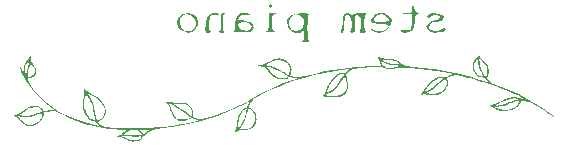
<source format=gbr>
%TF.SameCoordinates,Original*%
%TF.FileFunction,Legend,Bot*%
%TF.FilePolarity,Positive*%
%FSLAX46Y46*%
G04 Gerber Fmt 4.6, Leading zero omitted, Abs format (unit mm)*
G04 Created by KiCad (PCBNEW (7.0.0)) date 2023-11-17 04:08:32*
%MOMM*%
%LPD*%
G01*
G04 APERTURE LIST*
G04 APERTURE END LIST*
%TO.C,G\u002A\u002A\u002A*%
G36*
X123803511Y-90022710D02*
G01*
X123873846Y-90196051D01*
X123859150Y-90285933D01*
X123743589Y-90391436D01*
X123683668Y-90369392D01*
X123613333Y-90196051D01*
X123628029Y-90106168D01*
X123743589Y-90000666D01*
X123803511Y-90022710D01*
G37*
G36*
X119914151Y-90811128D02*
G01*
X119868461Y-90868471D01*
X119822107Y-90907537D01*
X119736266Y-91169060D01*
X119705641Y-91628872D01*
X119710413Y-91828576D01*
X119763589Y-92216288D01*
X119868461Y-92389272D01*
X119880312Y-92394591D01*
X119862280Y-92440061D01*
X119640513Y-92463260D01*
X119590146Y-92463864D01*
X119382636Y-92438542D01*
X119425713Y-92360037D01*
X119434748Y-92353847D01*
X119550025Y-92119943D01*
X119571041Y-91678186D01*
X119567431Y-91609710D01*
X119553155Y-91163412D01*
X119578099Y-90915104D01*
X119656684Y-90809793D01*
X119803333Y-90792488D01*
X119914151Y-90811128D01*
G37*
G36*
X119371703Y-90899037D02*
G01*
X119376960Y-90911224D01*
X119285792Y-90979240D01*
X119021185Y-90996729D01*
X118810818Y-90993833D01*
X118658701Y-91050649D01*
X118590781Y-91236233D01*
X118557945Y-91616269D01*
X118554290Y-91681793D01*
X118574224Y-92140828D01*
X118688201Y-92363249D01*
X118693872Y-92366902D01*
X118734175Y-92446500D01*
X118524121Y-92473544D01*
X118364793Y-92467613D01*
X118252820Y-92403739D01*
X118230478Y-92214965D01*
X118271467Y-91834807D01*
X118305237Y-91626847D01*
X118407276Y-91235414D01*
X118524576Y-90988141D01*
X118597886Y-90920606D01*
X118875854Y-90804328D01*
X119174860Y-90792819D01*
X119371703Y-90899037D01*
G37*
G36*
X124036666Y-90799943D02*
G01*
X124187070Y-90808580D01*
X124300824Y-90834007D01*
X124166923Y-90874131D01*
X124065740Y-90900212D01*
X123941222Y-90998569D01*
X123886212Y-91218518D01*
X123873846Y-91629279D01*
X123879000Y-91967556D01*
X123918136Y-92217499D01*
X124024708Y-92332371D01*
X124232051Y-92382241D01*
X124249585Y-92385071D01*
X124292038Y-92411092D01*
X124111879Y-92429513D01*
X123743589Y-92436505D01*
X123699923Y-92436432D01*
X123348636Y-92428144D01*
X123188878Y-92408803D01*
X123255128Y-92382241D01*
X123267241Y-92380393D01*
X123461649Y-92333114D01*
X123565026Y-92223928D01*
X123606033Y-91986649D01*
X123613333Y-91555091D01*
X123613333Y-90782205D01*
X124036666Y-90799943D01*
G37*
G36*
X135927880Y-90280023D02*
G01*
X135987692Y-90529379D01*
X136023611Y-90675208D01*
X136215641Y-90797315D01*
X136283676Y-90802081D01*
X136376175Y-90822489D01*
X136215641Y-90871994D01*
X136118031Y-90918934D01*
X136016514Y-91112121D01*
X135987692Y-91498862D01*
X135987331Y-91538278D01*
X135927424Y-91982322D01*
X135783003Y-92270850D01*
X135780303Y-92273524D01*
X135466202Y-92432417D01*
X135062017Y-92466778D01*
X134711159Y-92364126D01*
X134680159Y-92331816D01*
X134782272Y-92281070D01*
X135101928Y-92268429D01*
X135662051Y-92280154D01*
X135701422Y-91596307D01*
X135740793Y-90912461D01*
X135245525Y-90890565D01*
X134750256Y-90868668D01*
X135238718Y-90817574D01*
X135528380Y-90770166D01*
X135689774Y-90661295D01*
X135727179Y-90441014D01*
X135760258Y-90241539D01*
X135857436Y-90196051D01*
X135927880Y-90280023D01*
G37*
G36*
X117581144Y-91592982D02*
G01*
X117577861Y-91845569D01*
X117361025Y-92215025D01*
X117107668Y-92384130D01*
X116750703Y-92475538D01*
X116554799Y-92445654D01*
X116192955Y-92259345D01*
X115911357Y-91967680D01*
X115797948Y-91647125D01*
X115799822Y-91635196D01*
X116056885Y-91635196D01*
X116128270Y-91984381D01*
X116310411Y-92210442D01*
X116613345Y-92323846D01*
X117007046Y-92286399D01*
X117317710Y-92004631D01*
X117429856Y-91814934D01*
X117467621Y-91592982D01*
X117349168Y-91320785D01*
X117273054Y-91211505D01*
X116955310Y-90986058D01*
X116578310Y-90923449D01*
X116245969Y-91049255D01*
X116102670Y-91278464D01*
X116056885Y-91635196D01*
X115799822Y-91635196D01*
X115822433Y-91491298D01*
X116023602Y-91151151D01*
X116356002Y-90887890D01*
X116732449Y-90782205D01*
X117079662Y-90850589D01*
X117406835Y-91094181D01*
X117583016Y-91448897D01*
X117581144Y-91592982D01*
G37*
G36*
X137981395Y-90850755D02*
G01*
X138272414Y-90965310D01*
X138333595Y-91012095D01*
X138443532Y-91168678D01*
X138344006Y-91354263D01*
X138154216Y-91488213D01*
X137827897Y-91565738D01*
X137511612Y-91601688D01*
X137235962Y-91761351D01*
X137180814Y-92035249D01*
X137181507Y-92038755D01*
X137335360Y-92230983D01*
X137631080Y-92322272D01*
X137967272Y-92301097D01*
X138242536Y-92155932D01*
X138248505Y-92150080D01*
X138442362Y-92060673D01*
X138573834Y-92131216D01*
X138547597Y-92312718D01*
X138509443Y-92340622D01*
X138273868Y-92404399D01*
X137912110Y-92446615D01*
X137681507Y-92453244D01*
X137338761Y-92395598D01*
X137098167Y-92218666D01*
X136963854Y-92057062D01*
X136936411Y-91901150D01*
X137088323Y-91701235D01*
X137357870Y-91516567D01*
X137727230Y-91408158D01*
X138016605Y-91334583D01*
X138136923Y-91172974D01*
X138073442Y-91030878D01*
X137850017Y-90942812D01*
X137554052Y-90969684D01*
X137279514Y-91117567D01*
X137137422Y-91240044D01*
X137045594Y-91259728D01*
X137029743Y-91084259D01*
X137051606Y-90952265D01*
X137194221Y-90844695D01*
X137528356Y-90805374D01*
X137588324Y-90804318D01*
X137981395Y-90850755D01*
G37*
G36*
X133991203Y-91442791D02*
G01*
X133983116Y-91761726D01*
X133714126Y-92155818D01*
X133712439Y-92157500D01*
X133295261Y-92415805D01*
X132828451Y-92460868D01*
X132397972Y-92284296D01*
X132268350Y-92154331D01*
X132300261Y-92088912D01*
X132346055Y-92092815D01*
X132535897Y-92215025D01*
X132668554Y-92306558D01*
X132970301Y-92341531D01*
X133308657Y-92283447D01*
X133568644Y-92140593D01*
X133739906Y-91923623D01*
X133715454Y-91785790D01*
X133472713Y-91714381D01*
X132991795Y-91694000D01*
X132901718Y-91693335D01*
X132438846Y-91651724D01*
X132218912Y-91537145D01*
X132230235Y-91372942D01*
X132470769Y-91372942D01*
X132509017Y-91467462D01*
X132709398Y-91541883D01*
X133122051Y-91563743D01*
X133356603Y-91555584D01*
X133656169Y-91511791D01*
X133773333Y-91442791D01*
X133772148Y-91424092D01*
X133651715Y-91206073D01*
X133413058Y-91002419D01*
X133169312Y-90912461D01*
X132851113Y-90984972D01*
X132582955Y-91161007D01*
X132470769Y-91372942D01*
X132230235Y-91372942D01*
X132232644Y-91338007D01*
X132470769Y-91042718D01*
X132541051Y-90980586D01*
X132945315Y-90806602D01*
X133391993Y-90827312D01*
X133773333Y-91042718D01*
X133992809Y-91379450D01*
X133991203Y-91442791D01*
G37*
G36*
X122290292Y-91912346D02*
G01*
X122319619Y-92026463D01*
X122162084Y-92311607D01*
X122015416Y-92375853D01*
X121667205Y-92431340D01*
X121217725Y-92447682D01*
X120852907Y-92434555D01*
X120614882Y-92409739D01*
X120584871Y-92379322D01*
X120616794Y-92359564D01*
X120711887Y-92143174D01*
X120741926Y-91819673D01*
X121008205Y-91819673D01*
X121055874Y-91994535D01*
X121260154Y-92210442D01*
X121413363Y-92281872D01*
X121776817Y-92326286D01*
X122061954Y-92135802D01*
X122106118Y-92079401D01*
X122153925Y-91912346D01*
X121987879Y-91745033D01*
X121704822Y-91603588D01*
X121373092Y-91558529D01*
X121113247Y-91632663D01*
X121008205Y-91819673D01*
X120741926Y-91819673D01*
X120747692Y-91757577D01*
X120748058Y-91718030D01*
X120808045Y-91275075D01*
X120952381Y-90986893D01*
X121270573Y-90823704D01*
X121682081Y-90794613D01*
X122050256Y-90909751D01*
X122104934Y-90961793D01*
X122006113Y-91006333D01*
X121664309Y-91005449D01*
X121344135Y-91003678D01*
X121121983Y-91061402D01*
X121036041Y-91205538D01*
X121027759Y-91282400D01*
X121113314Y-91401610D01*
X121397986Y-91433487D01*
X121572505Y-91442079D01*
X121990942Y-91552755D01*
X122251276Y-91760531D01*
X122290292Y-91912346D01*
G37*
G36*
X126880360Y-91626982D02*
G01*
X126869743Y-92019641D01*
X126887034Y-92639278D01*
X126940544Y-93018021D01*
X127032564Y-93170810D01*
X127057061Y-93188181D01*
X126957875Y-93220930D01*
X126674359Y-93231683D01*
X126536343Y-93227877D01*
X126349904Y-93204186D01*
X126381282Y-93167288D01*
X126415556Y-93156204D01*
X126564482Y-92993679D01*
X126609230Y-92635321D01*
X126602619Y-92421979D01*
X126556934Y-92269625D01*
X126452923Y-92319230D01*
X126206703Y-92464642D01*
X125849044Y-92467184D01*
X125504975Y-92303577D01*
X125246055Y-92011560D01*
X125195864Y-91823635D01*
X125340674Y-91823635D01*
X125511355Y-92140593D01*
X125587085Y-92207682D01*
X125932028Y-92347938D01*
X126262809Y-92276648D01*
X126511264Y-92025700D01*
X126609230Y-91626982D01*
X126556472Y-91312351D01*
X126318156Y-91016713D01*
X125910687Y-90912461D01*
X125752214Y-90939096D01*
X125488649Y-91138171D01*
X125342288Y-91461255D01*
X125340674Y-91823635D01*
X125195864Y-91823635D01*
X125143846Y-91628872D01*
X125183934Y-91323259D01*
X125387533Y-91020604D01*
X125783586Y-90854434D01*
X126394636Y-90809990D01*
X126763893Y-90823273D01*
X127002265Y-90848080D01*
X127032564Y-90878421D01*
X127026983Y-90880610D01*
X126937842Y-91033058D01*
X126886322Y-91406479D01*
X126880360Y-91626982D01*
G37*
G36*
X130528139Y-90889237D02*
G01*
X130686555Y-90955991D01*
X130834707Y-90925174D01*
X130869144Y-90897399D01*
X131101799Y-90836647D01*
X131459464Y-90811930D01*
X131620516Y-90814542D01*
X131839361Y-90836105D01*
X131852051Y-90872532D01*
X131803859Y-90914714D01*
X131723628Y-91154644D01*
X131688332Y-91516392D01*
X131697971Y-91905629D01*
X131752544Y-92228031D01*
X131852051Y-92389272D01*
X131874266Y-92401399D01*
X131813208Y-92439583D01*
X131558974Y-92454971D01*
X131477619Y-92453842D01*
X131268260Y-92431405D01*
X131265897Y-92389272D01*
X131347074Y-92291866D01*
X131412939Y-92007427D01*
X131422782Y-91641480D01*
X131376105Y-91294952D01*
X131272410Y-91068769D01*
X131104633Y-90938292D01*
X130985882Y-90971414D01*
X130924905Y-91215311D01*
X130907692Y-91694000D01*
X130901082Y-92106695D01*
X130865210Y-92350674D01*
X130777306Y-92450233D01*
X130614615Y-92465255D01*
X130461948Y-92442026D01*
X130484359Y-92389272D01*
X130577252Y-92274860D01*
X130638996Y-91979766D01*
X130638288Y-91610318D01*
X130577124Y-91266290D01*
X130457500Y-91047453D01*
X130329132Y-90964315D01*
X130142444Y-90987436D01*
X130032145Y-91253722D01*
X129995897Y-91766815D01*
X129994749Y-91924992D01*
X129970853Y-92268958D01*
X129901559Y-92429723D01*
X129767948Y-92465255D01*
X129657131Y-92446615D01*
X129702820Y-92389272D01*
X129750561Y-92348245D01*
X129835516Y-92082400D01*
X129865641Y-91613929D01*
X129886322Y-91250128D01*
X129998853Y-90893868D01*
X130211813Y-90774641D01*
X130528139Y-90889237D01*
G37*
G36*
X103501319Y-94858818D02*
G01*
X103523314Y-94950820D01*
X103597071Y-95091443D01*
X103719675Y-95251291D01*
X103788585Y-95336753D01*
X103849251Y-95434520D01*
X103879259Y-95535810D01*
X103892488Y-95674624D01*
X103893888Y-95768921D01*
X103894556Y-95813883D01*
X103876106Y-95930619D01*
X103830275Y-96027913D01*
X103747818Y-96118904D01*
X103609011Y-96214662D01*
X103453136Y-96284897D01*
X103311971Y-96312181D01*
X103300356Y-96312218D01*
X103245542Y-96317090D01*
X103218987Y-96339720D01*
X103220487Y-96393646D01*
X103249833Y-96492408D01*
X103306819Y-96649546D01*
X103345170Y-96740070D01*
X103480314Y-96976400D01*
X103671404Y-97238302D01*
X103910131Y-97518110D01*
X104188186Y-97808157D01*
X104497260Y-98100781D01*
X104829043Y-98388315D01*
X105175227Y-98663094D01*
X105527503Y-98917454D01*
X105877561Y-99143729D01*
X106217092Y-99334254D01*
X106630200Y-99534673D01*
X107447535Y-99869948D01*
X108312709Y-100148990D01*
X109220966Y-100370158D01*
X109241620Y-100359741D01*
X109221016Y-100311875D01*
X109166975Y-100239321D01*
X109092110Y-100156016D01*
X109009034Y-100075896D01*
X108930360Y-100012898D01*
X108868704Y-99980957D01*
X108751148Y-99945719D01*
X108503166Y-99825495D01*
X108286616Y-99658808D01*
X108123442Y-99460971D01*
X108073734Y-99372223D01*
X107970647Y-99114881D01*
X107900862Y-98826241D01*
X107867573Y-98529540D01*
X107870283Y-98410378D01*
X107942304Y-98410378D01*
X107946178Y-98519643D01*
X107993744Y-98824353D01*
X108089010Y-99120921D01*
X108223809Y-99387599D01*
X108389975Y-99602636D01*
X108469293Y-99671743D01*
X108581451Y-99747856D01*
X108697750Y-99810648D01*
X108801441Y-99852341D01*
X108875777Y-99865158D01*
X108904008Y-99841323D01*
X108900537Y-99814741D01*
X108879927Y-99725449D01*
X108847023Y-99608606D01*
X108813724Y-99475690D01*
X108779854Y-99302263D01*
X108753203Y-99127545D01*
X108721959Y-98903154D01*
X108681101Y-98682688D01*
X108632634Y-98505994D01*
X108571350Y-98354782D01*
X108492038Y-98210762D01*
X108441562Y-98128598D01*
X108317501Y-97926564D01*
X108227115Y-97780434D01*
X108165123Y-97683183D01*
X108126244Y-97627787D01*
X108105197Y-97607221D01*
X108096702Y-97614460D01*
X108095478Y-97642479D01*
X108096243Y-97684254D01*
X108089350Y-97752460D01*
X108061392Y-97883169D01*
X108019273Y-98024757D01*
X107989350Y-98124540D01*
X107955484Y-98281744D01*
X107942304Y-98410378D01*
X107870283Y-98410378D01*
X107873975Y-98248016D01*
X107923263Y-98004906D01*
X107960420Y-97863352D01*
X107976363Y-97701994D01*
X107972903Y-97586766D01*
X108243730Y-97586766D01*
X108246398Y-97611654D01*
X108271101Y-97662392D01*
X108282759Y-97684005D01*
X108342070Y-97785177D01*
X108425327Y-97919910D01*
X108518359Y-98065125D01*
X108553294Y-98119986D01*
X108643680Y-98281863D01*
X108714238Y-98449635D01*
X108770520Y-98641062D01*
X108818077Y-98873904D01*
X108862459Y-99165919D01*
X108891108Y-99337653D01*
X108930447Y-99520004D01*
X108970863Y-99666222D01*
X108986201Y-99709991D01*
X109047327Y-99830802D01*
X109062932Y-99841323D01*
X109121147Y-99880571D01*
X109219235Y-99862769D01*
X109353167Y-99780866D01*
X109542863Y-99609229D01*
X109675804Y-99402798D01*
X109735342Y-99177043D01*
X109720371Y-98936346D01*
X109629785Y-98685089D01*
X109504096Y-98468267D01*
X109308988Y-98228758D01*
X109090625Y-98059497D01*
X109041279Y-98030841D01*
X108893802Y-97945052D01*
X108720154Y-97843900D01*
X108548322Y-97743681D01*
X108466893Y-97696218D01*
X108344081Y-97626146D01*
X108272992Y-97590629D01*
X108243730Y-97586766D01*
X107972903Y-97586766D01*
X107970274Y-97499227D01*
X107967978Y-97462710D01*
X107963366Y-97324784D01*
X107966430Y-97224182D01*
X107976769Y-97180574D01*
X107987645Y-97180737D01*
X108038335Y-97217501D01*
X108106750Y-97292603D01*
X108124433Y-97313239D01*
X108247609Y-97422998D01*
X108440261Y-97558888D01*
X108700472Y-97719635D01*
X109026324Y-97903963D01*
X109064814Y-97925727D01*
X109302882Y-98096223D01*
X109503280Y-98301865D01*
X109660693Y-98531298D01*
X109769812Y-98773168D01*
X109825322Y-99016119D01*
X109822963Y-99177043D01*
X109821911Y-99248799D01*
X109754267Y-99459851D01*
X109744789Y-99477285D01*
X109647741Y-99613837D01*
X109514169Y-99759264D01*
X109369185Y-99888452D01*
X109237901Y-99976285D01*
X109128801Y-100031543D01*
X109236567Y-100159614D01*
X109309090Y-100234754D01*
X109426808Y-100319276D01*
X109576631Y-100386704D01*
X109769768Y-100440768D01*
X110017427Y-100485197D01*
X110330816Y-100523722D01*
X110615775Y-100546317D01*
X110966324Y-100561820D01*
X111369487Y-100570191D01*
X111813236Y-100571487D01*
X112285543Y-100565766D01*
X112774377Y-100553089D01*
X113267711Y-100533512D01*
X113753516Y-100507094D01*
X113959091Y-100494330D01*
X114190752Y-100480087D01*
X114395541Y-100467642D01*
X114556810Y-100458005D01*
X114657910Y-100452189D01*
X114690533Y-100450170D01*
X114902191Y-100429922D01*
X115169155Y-100395477D01*
X115474904Y-100349564D01*
X115802916Y-100294911D01*
X116136672Y-100234246D01*
X116459652Y-100170299D01*
X116755334Y-100105796D01*
X116867680Y-100079885D01*
X117063718Y-100034822D01*
X117240871Y-99994271D01*
X117371091Y-99964661D01*
X117431783Y-99949993D01*
X117546970Y-99915353D01*
X117618192Y-99884100D01*
X117635257Y-99861492D01*
X117587968Y-99852787D01*
X117550356Y-99847194D01*
X117450315Y-99817549D01*
X117329783Y-99770933D01*
X117139508Y-99689080D01*
X116906197Y-99790264D01*
X116877466Y-99802439D01*
X116637662Y-99884651D01*
X116397780Y-99936436D01*
X116179581Y-99954304D01*
X116004826Y-99934767D01*
X115888146Y-99893712D01*
X115750693Y-99810838D01*
X115627188Y-99687566D01*
X115510790Y-99515047D01*
X115394658Y-99284434D01*
X115271952Y-98986878D01*
X115207987Y-98838112D01*
X115118587Y-98660946D01*
X115031868Y-98515429D01*
X115002345Y-98469228D01*
X115165507Y-98469228D01*
X115179977Y-98514910D01*
X115219837Y-98609148D01*
X115278174Y-98735339D01*
X115284660Y-98748983D01*
X115350088Y-98894039D01*
X115402844Y-99023425D01*
X115432031Y-99110566D01*
X115469487Y-99228033D01*
X115553393Y-99404834D01*
X115657100Y-99563059D01*
X115763788Y-99674139D01*
X115770039Y-99678833D01*
X115867644Y-99735370D01*
X115988309Y-99769247D01*
X116158819Y-99788197D01*
X116303169Y-99795070D01*
X116445681Y-99796025D01*
X116543667Y-99790153D01*
X116627551Y-99773515D01*
X116750797Y-99738156D01*
X116866631Y-99695517D01*
X116952598Y-99654108D01*
X116986243Y-99622437D01*
X116986221Y-99621973D01*
X116954911Y-99585693D01*
X116875566Y-99522345D01*
X116764955Y-99445348D01*
X116659050Y-99372187D01*
X116494156Y-99248861D01*
X116351243Y-99132294D01*
X116280504Y-99079703D01*
X116158931Y-99000936D01*
X116004054Y-98906945D01*
X115830001Y-98805659D01*
X115650900Y-98705007D01*
X115480877Y-98612919D01*
X115334060Y-98537324D01*
X115283494Y-98513690D01*
X115509893Y-98513690D01*
X115815113Y-98673863D01*
X115910891Y-98726105D01*
X116189443Y-98896157D01*
X116513302Y-99117459D01*
X116886131Y-99392470D01*
X116937569Y-99430254D01*
X117020270Y-99484933D01*
X117065877Y-99506424D01*
X117073913Y-99504829D01*
X117105245Y-99458002D01*
X117122354Y-99364015D01*
X117122797Y-99246880D01*
X117104130Y-99130608D01*
X117035427Y-98951499D01*
X116893021Y-98758491D01*
X116688413Y-98610017D01*
X116544365Y-98544203D01*
X116338428Y-98489717D01*
X116099784Y-98471085D01*
X115809447Y-98485619D01*
X115509893Y-98513690D01*
X115283494Y-98513690D01*
X115224576Y-98486152D01*
X115166551Y-98467333D01*
X115165507Y-98469228D01*
X115002345Y-98469228D01*
X114968643Y-98416488D01*
X114923601Y-98333917D01*
X114913074Y-98295552D01*
X114933428Y-98293094D01*
X115010590Y-98306003D01*
X115121524Y-98335556D01*
X115209244Y-98356562D01*
X115366849Y-98376506D01*
X115576703Y-98386389D01*
X115850940Y-98387066D01*
X116079547Y-98385862D01*
X116275574Y-98390081D01*
X116425137Y-98402222D01*
X116544266Y-98424421D01*
X116648989Y-98458813D01*
X116755334Y-98507533D01*
X116776944Y-98518832D01*
X116967278Y-98664007D01*
X117107271Y-98860345D01*
X117191055Y-99096874D01*
X117203306Y-99246880D01*
X117212759Y-99362620D01*
X117203077Y-99599851D01*
X117252436Y-99622437D01*
X117373675Y-99677914D01*
X117400153Y-99689405D01*
X117640452Y-99750207D01*
X117929318Y-99756512D01*
X118261889Y-99708593D01*
X118633300Y-99606726D01*
X118979987Y-99488800D01*
X119512436Y-99295447D01*
X120030855Y-99092928D01*
X120523025Y-98886434D01*
X120976731Y-98681157D01*
X121379754Y-98482288D01*
X121719879Y-98295021D01*
X122123486Y-98061537D01*
X123054640Y-97559672D01*
X123960608Y-97123754D01*
X124838798Y-96754987D01*
X125686618Y-96454571D01*
X125702207Y-96449540D01*
X125828535Y-96404743D01*
X125918095Y-96365941D01*
X125952364Y-96341045D01*
X125949424Y-96335182D01*
X125898491Y-96318773D01*
X125804112Y-96312181D01*
X125774994Y-96311255D01*
X125631545Y-96291466D01*
X125490134Y-96254009D01*
X125467901Y-96246252D01*
X125370284Y-96218091D01*
X125311054Y-96220247D01*
X125262599Y-96252541D01*
X125242700Y-96269178D01*
X125103496Y-96348461D01*
X124932001Y-96405655D01*
X124765472Y-96427636D01*
X124664088Y-96418241D01*
X124512844Y-96389418D01*
X124356329Y-96347941D01*
X124228099Y-96301239D01*
X124067326Y-96215546D01*
X123911022Y-96094678D01*
X123745643Y-95927711D01*
X123557646Y-95703720D01*
X123504191Y-95638290D01*
X123373387Y-95501848D01*
X123243192Y-95414227D01*
X123088046Y-95361229D01*
X123017523Y-95350060D01*
X123425503Y-95350060D01*
X123554316Y-95494378D01*
X123628032Y-95579909D01*
X123739298Y-95714903D01*
X123846628Y-95850363D01*
X123867700Y-95877070D01*
X124036903Y-96048897D01*
X124239514Y-96176695D01*
X124297261Y-96203583D01*
X124504757Y-96272753D01*
X124713490Y-96305961D01*
X124906246Y-96303002D01*
X125065814Y-96263673D01*
X125174980Y-96187769D01*
X125186993Y-96169568D01*
X125183367Y-96132536D01*
X125131277Y-96087863D01*
X125019704Y-96023924D01*
X124931215Y-95975030D01*
X124824856Y-95911639D01*
X124760182Y-95867185D01*
X124685082Y-95810125D01*
X124511874Y-95704033D01*
X124304281Y-95598672D01*
X124082066Y-95502318D01*
X123864992Y-95423248D01*
X123672820Y-95369736D01*
X123525314Y-95350060D01*
X123425503Y-95350060D01*
X123017523Y-95350060D01*
X122882392Y-95328659D01*
X122769498Y-95311969D01*
X122678441Y-95289817D01*
X122643516Y-95268853D01*
X122650904Y-95254137D01*
X122708041Y-95222689D01*
X122713602Y-95221277D01*
X123324774Y-95221277D01*
X123348087Y-95231819D01*
X123410754Y-95233782D01*
X123556625Y-95246656D01*
X123796946Y-95300585D01*
X124064350Y-95389624D01*
X124339646Y-95506258D01*
X124603643Y-95642974D01*
X124837152Y-95792258D01*
X124901692Y-95837386D01*
X125029124Y-95919979D01*
X125133498Y-95980080D01*
X125210488Y-96018111D01*
X125273559Y-96036344D01*
X125309227Y-96010935D01*
X125341244Y-95936954D01*
X125352012Y-95907208D01*
X125400887Y-95680411D01*
X125397992Y-95454268D01*
X125345635Y-95249412D01*
X125246124Y-95086478D01*
X125193022Y-95034675D01*
X125003031Y-94912119D01*
X124763266Y-94825998D01*
X124489968Y-94782835D01*
X124411931Y-94778807D01*
X124190976Y-94787274D01*
X123987503Y-94832901D01*
X123778605Y-94922447D01*
X123541375Y-95062668D01*
X123422097Y-95140547D01*
X123347287Y-95193678D01*
X123324774Y-95221277D01*
X122713602Y-95221277D01*
X122794846Y-95200648D01*
X122878876Y-95197806D01*
X122929746Y-95202751D01*
X123060066Y-95191540D01*
X123202099Y-95139811D01*
X123377373Y-95040782D01*
X123495420Y-94968680D01*
X123763888Y-94823872D01*
X124006213Y-94725013D01*
X124240637Y-94664143D01*
X124290989Y-94655382D01*
X124462363Y-94640971D01*
X124624295Y-94659041D01*
X124800515Y-94714080D01*
X125014755Y-94810577D01*
X125108921Y-94860690D01*
X125292338Y-94995019D01*
X125417473Y-95156947D01*
X125497413Y-95361410D01*
X125517069Y-95445555D01*
X125526059Y-95545862D01*
X125513328Y-95657745D01*
X125508064Y-95680411D01*
X125477521Y-95811911D01*
X125474713Y-95822911D01*
X125444541Y-95957697D01*
X125428539Y-96061995D01*
X125430124Y-96114024D01*
X125460034Y-96137814D01*
X125544828Y-96169568D01*
X125555731Y-96173651D01*
X125692868Y-96204840D01*
X125849994Y-96226866D01*
X126005660Y-96235212D01*
X126069244Y-96232645D01*
X126251458Y-96211561D01*
X126493930Y-96170656D01*
X126787631Y-96111684D01*
X127123533Y-96036398D01*
X127492607Y-95946550D01*
X127796171Y-95872837D01*
X128384387Y-95746317D01*
X129000042Y-95635499D01*
X129659532Y-95537563D01*
X130379255Y-95449684D01*
X130911971Y-95393392D01*
X131475423Y-95341152D01*
X131974032Y-95303514D01*
X132404273Y-95280740D01*
X132762621Y-95273090D01*
X132876618Y-95272332D01*
X133017602Y-95268848D01*
X133114103Y-95263182D01*
X133149879Y-95256048D01*
X133148416Y-95250256D01*
X133122114Y-95195885D01*
X133073261Y-95109146D01*
X133031887Y-95028407D01*
X132979718Y-94906300D01*
X132940302Y-94801235D01*
X133040871Y-94801235D01*
X133060329Y-94862992D01*
X133115746Y-94985114D01*
X133181939Y-95100612D01*
X133350458Y-95284800D01*
X133562355Y-95413619D01*
X133584796Y-95422174D01*
X133735872Y-95453346D01*
X133918622Y-95459836D01*
X134111483Y-95444324D01*
X134292892Y-95409495D01*
X134441287Y-95358029D01*
X134535104Y-95292609D01*
X134543148Y-95282073D01*
X134743971Y-95282073D01*
X134768375Y-95302984D01*
X134864379Y-95308267D01*
X134912792Y-95307130D01*
X134976586Y-95303080D01*
X134971131Y-95292777D01*
X134901862Y-95270784D01*
X134817413Y-95255847D01*
X134749847Y-95274092D01*
X134743971Y-95282073D01*
X134543148Y-95282073D01*
X134546254Y-95278004D01*
X134550703Y-95250162D01*
X134504976Y-95237459D01*
X134395728Y-95234315D01*
X134242742Y-95228662D01*
X133850090Y-95164961D01*
X133477216Y-95034481D01*
X133140258Y-94842262D01*
X133115618Y-94825076D01*
X133058818Y-94791408D01*
X133040871Y-94801235D01*
X132940302Y-94801235D01*
X132929587Y-94772674D01*
X132923088Y-94752882D01*
X133195702Y-94752882D01*
X133197139Y-94762431D01*
X133244341Y-94800032D01*
X133336976Y-94854374D01*
X133457746Y-94916749D01*
X133589353Y-94978452D01*
X133714497Y-95030776D01*
X133815880Y-95065014D01*
X133828760Y-95068282D01*
X133950555Y-95089904D01*
X134102313Y-95105666D01*
X134266283Y-95115194D01*
X134424715Y-95118112D01*
X134559858Y-95114045D01*
X134653961Y-95102619D01*
X134689273Y-95083459D01*
X134657889Y-95026450D01*
X134571441Y-94959712D01*
X134449977Y-94897618D01*
X134313600Y-94852528D01*
X134285705Y-94846715D01*
X134174302Y-94829430D01*
X134022384Y-94810754D01*
X133846660Y-94792176D01*
X133663837Y-94775185D01*
X133490622Y-94761271D01*
X133343723Y-94751923D01*
X133239848Y-94748631D01*
X133195702Y-94752882D01*
X132923088Y-94752882D01*
X132888667Y-94648051D01*
X132864130Y-94552953D01*
X132863147Y-94507904D01*
X132870821Y-94505755D01*
X132930454Y-94518181D01*
X133024411Y-94553037D01*
X133095662Y-94581805D01*
X133188468Y-94612127D01*
X133293382Y-94635727D01*
X133426588Y-94655397D01*
X133604268Y-94673926D01*
X133842607Y-94694106D01*
X134086938Y-94716512D01*
X134284188Y-94743826D01*
X134433833Y-94779692D01*
X134550953Y-94828997D01*
X134650626Y-94896627D01*
X134747933Y-94987468D01*
X134827629Y-95064992D01*
X134849515Y-95083459D01*
X134906923Y-95131898D01*
X134952698Y-95157636D01*
X134996261Y-95168108D01*
X135092630Y-95201523D01*
X135215903Y-95249922D01*
X135216540Y-95250162D01*
X135274595Y-95272049D01*
X135372159Y-95300774D01*
X135382786Y-95303080D01*
X135494582Y-95327339D01*
X135652237Y-95353396D01*
X135855498Y-95380600D01*
X136114739Y-95410602D01*
X136440334Y-95445057D01*
X136605569Y-95462422D01*
X137574969Y-95581032D01*
X138479396Y-95721855D01*
X139326697Y-95886089D01*
X139438663Y-95910598D01*
X139755795Y-95984062D01*
X140100687Y-96068859D01*
X140460486Y-96161445D01*
X140822339Y-96258275D01*
X141173393Y-96355803D01*
X141500795Y-96450485D01*
X141791694Y-96538777D01*
X142033234Y-96617133D01*
X142212565Y-96682009D01*
X142218950Y-96684137D01*
X142228679Y-96667687D01*
X142187349Y-96603163D01*
X142098157Y-96495766D01*
X142054380Y-96446530D01*
X141963812Y-96353086D01*
X141888461Y-96299319D01*
X141803982Y-96270921D01*
X141686024Y-96253585D01*
X141671690Y-96251814D01*
X141417850Y-96181807D01*
X141199200Y-96046695D01*
X141024033Y-95853287D01*
X140900639Y-95608397D01*
X140882630Y-95548254D01*
X140868269Y-95390267D01*
X140982912Y-95390267D01*
X140991398Y-95538563D01*
X141023058Y-95651532D01*
X141087708Y-95766103D01*
X141117437Y-95807460D01*
X141225582Y-95927919D01*
X141337859Y-96021531D01*
X141363861Y-96037473D01*
X141508002Y-96102906D01*
X141655031Y-96143008D01*
X141725408Y-96153391D01*
X141789921Y-96157502D01*
X141798967Y-96140363D01*
X141765348Y-96096587D01*
X141641272Y-95913148D01*
X141524645Y-95652638D01*
X141427386Y-95334010D01*
X141352839Y-94966428D01*
X141310057Y-94698332D01*
X141428868Y-94698332D01*
X141430513Y-94791908D01*
X141447095Y-94929941D01*
X141475416Y-95094576D01*
X141512281Y-95267958D01*
X141554492Y-95432232D01*
X141598852Y-95569544D01*
X141648171Y-95687345D01*
X141729691Y-95851968D01*
X141809244Y-95985459D01*
X141859256Y-96053577D01*
X141925122Y-96128940D01*
X141941339Y-96140363D01*
X141966722Y-96158242D01*
X141976694Y-96154701D01*
X142019142Y-96104557D01*
X142065589Y-96014004D01*
X142107360Y-95839395D01*
X142107868Y-95627007D01*
X142067660Y-95412634D01*
X141989652Y-95226516D01*
X141947901Y-95163543D01*
X141861012Y-95052922D01*
X141757446Y-94936028D01*
X141650267Y-94826046D01*
X141552539Y-94736160D01*
X141477326Y-94679557D01*
X141437690Y-94669421D01*
X141428868Y-94698332D01*
X141310057Y-94698332D01*
X141288549Y-94563554D01*
X141136463Y-94850974D01*
X141066538Y-94989677D01*
X141015073Y-95119011D01*
X140990041Y-95236845D01*
X140982961Y-95371962D01*
X140982912Y-95390267D01*
X140868269Y-95390267D01*
X140864661Y-95350570D01*
X140904860Y-95129442D01*
X141004982Y-94878152D01*
X141166781Y-94589984D01*
X141196474Y-94544036D01*
X141285810Y-94425568D01*
X141358090Y-94359446D01*
X141406474Y-94350614D01*
X141424122Y-94404013D01*
X141441828Y-94440244D01*
X141504769Y-94522233D01*
X141602555Y-94633277D01*
X141723918Y-94759998D01*
X141830058Y-94870466D01*
X142001252Y-95076220D01*
X142117798Y-95267709D01*
X142188182Y-95460469D01*
X142214171Y-95627007D01*
X142220886Y-95670033D01*
X142224479Y-95725254D01*
X142223077Y-95861133D01*
X142196849Y-95973186D01*
X142138292Y-96100515D01*
X142037891Y-96292939D01*
X142298658Y-96543639D01*
X142404997Y-96643201D01*
X142499708Y-96721568D01*
X142596984Y-96785633D01*
X142714301Y-96845454D01*
X142869137Y-96911084D01*
X143078970Y-96992580D01*
X143937921Y-97336656D01*
X144744689Y-97695550D01*
X145496625Y-98069880D01*
X146204836Y-98465508D01*
X146880428Y-98888295D01*
X147534508Y-99344103D01*
X147596501Y-99390805D01*
X147703943Y-99479172D01*
X147773800Y-99547386D01*
X147793249Y-99583579D01*
X147789945Y-99584925D01*
X147739725Y-99565448D01*
X147638228Y-99509550D01*
X147495249Y-99423107D01*
X147320582Y-99311994D01*
X147124022Y-99182088D01*
X146906211Y-99036720D01*
X146690657Y-98894827D01*
X146492717Y-98766378D01*
X146327731Y-98661326D01*
X146211038Y-98589625D01*
X146138484Y-98549478D01*
X145937345Y-98456559D01*
X145711396Y-98371376D01*
X145483655Y-98301347D01*
X145277142Y-98253891D01*
X145114878Y-98236424D01*
X145017062Y-98243576D01*
X144957430Y-98279493D01*
X144957411Y-98279528D01*
X144912331Y-98364298D01*
X144905073Y-98381100D01*
X144772634Y-98590957D01*
X144579756Y-98776366D01*
X144340891Y-98925929D01*
X144070494Y-99028248D01*
X143966866Y-99051003D01*
X143717179Y-99078905D01*
X143449563Y-99080245D01*
X143194294Y-99055648D01*
X142981652Y-99005740D01*
X142957307Y-98997024D01*
X142822016Y-98939423D01*
X142677258Y-98866007D01*
X142538907Y-98786377D01*
X142515801Y-98771199D01*
X142721192Y-98771199D01*
X142754148Y-98800894D01*
X142817325Y-98834959D01*
X142934269Y-98883019D01*
X143072855Y-98930407D01*
X143203824Y-98963702D01*
X143488364Y-98995075D01*
X143780076Y-98979709D01*
X144063128Y-98921508D01*
X144321686Y-98824372D01*
X144539916Y-98692205D01*
X144701987Y-98528907D01*
X144730460Y-98486918D01*
X144788565Y-98373204D01*
X144811406Y-98279528D01*
X144797019Y-98220892D01*
X144743440Y-98212297D01*
X144719867Y-98218920D01*
X144623033Y-98244796D01*
X144502910Y-98275803D01*
X144487638Y-98279874D01*
X144359472Y-98321650D01*
X144198009Y-98382968D01*
X144034446Y-98452089D01*
X143788480Y-98551105D01*
X143475582Y-98649244D01*
X143175243Y-98714966D01*
X142912314Y-98741856D01*
X142799231Y-98745710D01*
X142732419Y-98754223D01*
X142721192Y-98771199D01*
X142515801Y-98771199D01*
X142422841Y-98710136D01*
X142352923Y-98653371D01*
X142732607Y-98653371D01*
X142737974Y-98652477D01*
X142800086Y-98645278D01*
X142913882Y-98633502D01*
X143059728Y-98619200D01*
X143190499Y-98603985D01*
X143601635Y-98515256D01*
X143972063Y-98367032D01*
X143990087Y-98358197D01*
X144125794Y-98300755D01*
X144297451Y-98238207D01*
X144472366Y-98182602D01*
X144512960Y-98170747D01*
X144650829Y-98127488D01*
X144714553Y-98096978D01*
X144703534Y-98073992D01*
X144617175Y-98053302D01*
X144454877Y-98029682D01*
X144376098Y-98028000D01*
X144213093Y-98048789D01*
X144013021Y-98093294D01*
X143795720Y-98156857D01*
X143581024Y-98234822D01*
X143509035Y-98263962D01*
X143284471Y-98355551D01*
X143117664Y-98425242D01*
X142997692Y-98477976D01*
X142913634Y-98518692D01*
X142854569Y-98552332D01*
X142809576Y-98583837D01*
X142802247Y-98589519D01*
X142745367Y-98636612D01*
X142732607Y-98653371D01*
X142352923Y-98653371D01*
X142344935Y-98646886D01*
X142321067Y-98606227D01*
X142322557Y-98603132D01*
X142371237Y-98576419D01*
X142461921Y-98557731D01*
X142473584Y-98555950D01*
X142568407Y-98529261D01*
X142711985Y-98477674D01*
X142886934Y-98407749D01*
X143075870Y-98326045D01*
X143308085Y-98226258D01*
X143637418Y-98101113D01*
X143935983Y-98007510D01*
X144192482Y-97948853D01*
X144395617Y-97928545D01*
X144525527Y-97940968D01*
X144691582Y-97973582D01*
X144857705Y-98019319D01*
X144861098Y-98020416D01*
X145022353Y-98069100D01*
X145127408Y-98096978D01*
X145176947Y-98110124D01*
X145291849Y-98134711D01*
X145347628Y-98140588D01*
X145359548Y-98130789D01*
X145319620Y-98100604D01*
X145222024Y-98045669D01*
X145060940Y-97961622D01*
X144929296Y-97895638D01*
X144698390Y-97784699D01*
X144454823Y-97672105D01*
X144233516Y-97574204D01*
X144063967Y-97501430D01*
X143866090Y-97416285D01*
X143689938Y-97340278D01*
X143560031Y-97283976D01*
X143429655Y-97229339D01*
X143160449Y-97124558D01*
X142840687Y-97007563D01*
X142485234Y-96883315D01*
X142108956Y-96756777D01*
X141726719Y-96632910D01*
X141353388Y-96516676D01*
X141003830Y-96413038D01*
X140692910Y-96326957D01*
X140458665Y-96265284D01*
X140184724Y-96193962D01*
X139968883Y-96139381D01*
X139801650Y-96099597D01*
X139673533Y-96072668D01*
X139575042Y-96056651D01*
X139496685Y-96049605D01*
X139428970Y-96049585D01*
X139362407Y-96054651D01*
X139290575Y-96066668D01*
X139161287Y-96101266D01*
X139018466Y-96149752D01*
X138879590Y-96205008D01*
X138762132Y-96259916D01*
X138683570Y-96307356D01*
X138672449Y-96323820D01*
X138661378Y-96340211D01*
X138694338Y-96405805D01*
X138756550Y-96543791D01*
X138786180Y-96648773D01*
X138788176Y-96744794D01*
X138779891Y-96789281D01*
X138767484Y-96855902D01*
X138715781Y-97015777D01*
X138578915Y-97250176D01*
X138374994Y-97452597D01*
X138101247Y-97626246D01*
X138079587Y-97637146D01*
X137898559Y-97704704D01*
X137689968Y-97740088D01*
X137439089Y-97744722D01*
X137131200Y-97720028D01*
X137006761Y-97707540D01*
X136827843Y-97695799D01*
X136685061Y-97694056D01*
X136598415Y-97702951D01*
X136505049Y-97720693D01*
X136453850Y-97704009D01*
X136467778Y-97646621D01*
X136546955Y-97548891D01*
X136556180Y-97538424D01*
X136987603Y-97538424D01*
X136988807Y-97555928D01*
X137047083Y-97575347D01*
X137171546Y-97603688D01*
X137284732Y-97625589D01*
X137603051Y-97651018D01*
X137878448Y-97613884D01*
X138109821Y-97514290D01*
X138145144Y-97491642D01*
X138359173Y-97326440D01*
X138523805Y-97148470D01*
X138634833Y-96966496D01*
X138688052Y-96789281D01*
X138679254Y-96625590D01*
X138604234Y-96484185D01*
X138516771Y-96382503D01*
X138286734Y-96554086D01*
X138250503Y-96581588D01*
X138101515Y-96700720D01*
X137935107Y-96840671D01*
X137780979Y-96976626D01*
X137657889Y-97085982D01*
X137420669Y-97279598D01*
X137215388Y-97422650D01*
X137049382Y-97509792D01*
X137034355Y-97515828D01*
X136987603Y-97538424D01*
X136556180Y-97538424D01*
X136610961Y-97476265D01*
X136780995Y-97476265D01*
X136787585Y-97498870D01*
X136843138Y-97487543D01*
X136957256Y-97441379D01*
X136989140Y-97426866D01*
X137191909Y-97312728D01*
X137409298Y-97159442D01*
X137614122Y-96985860D01*
X137663336Y-96940944D01*
X137792924Y-96827820D01*
X137947283Y-96697648D01*
X138102754Y-96570536D01*
X138184597Y-96504714D01*
X138294533Y-96413945D01*
X138354919Y-96356766D01*
X138372678Y-96323820D01*
X138354736Y-96305749D01*
X138308020Y-96293196D01*
X138293025Y-96290263D01*
X138122699Y-96292344D01*
X137923935Y-96344805D01*
X137715287Y-96439404D01*
X137515308Y-96567900D01*
X137342551Y-96722053D01*
X137329187Y-96736605D01*
X137222908Y-96861464D01*
X137098885Y-97018579D01*
X136974121Y-97185314D01*
X136865619Y-97339035D01*
X136790383Y-97457106D01*
X136780995Y-97476265D01*
X136610961Y-97476265D01*
X136630621Y-97453958D01*
X136740844Y-97317676D01*
X136845942Y-97178090D01*
X136975828Y-97002406D01*
X137169798Y-96763445D01*
X137346579Y-96579720D01*
X137515393Y-96442042D01*
X137685460Y-96341217D01*
X137770241Y-96300726D01*
X137883886Y-96255227D01*
X137993009Y-96229138D01*
X138124761Y-96216838D01*
X138306290Y-96212708D01*
X138413462Y-96211087D01*
X138565757Y-96202961D01*
X138682880Y-96183544D01*
X138791876Y-96147385D01*
X138919786Y-96089033D01*
X138929808Y-96084123D01*
X139045727Y-96021223D01*
X139109721Y-95973929D01*
X139112210Y-95949199D01*
X139092208Y-95942611D01*
X138961324Y-95909253D01*
X138767776Y-95869696D01*
X138522830Y-95825723D01*
X138237751Y-95779121D01*
X137923803Y-95731672D01*
X137592251Y-95685163D01*
X137254360Y-95641377D01*
X136921394Y-95602100D01*
X136668784Y-95573789D01*
X136387367Y-95542005D01*
X136113757Y-95510894D01*
X135882304Y-95484347D01*
X135618327Y-95456454D01*
X135201211Y-95425898D01*
X134856277Y-95420366D01*
X134583135Y-95439858D01*
X134381394Y-95484374D01*
X134243451Y-95523405D01*
X133953868Y-95558525D01*
X133669423Y-95535664D01*
X133413640Y-95455525D01*
X133196341Y-95354558D01*
X132355307Y-95390587D01*
X132120455Y-95401223D01*
X131719726Y-95422916D01*
X131388447Y-95446395D01*
X131121659Y-95472178D01*
X130914402Y-95500787D01*
X130761715Y-95532742D01*
X130658638Y-95568562D01*
X130568813Y-95622442D01*
X130445593Y-95713267D01*
X130321792Y-95818073D01*
X130126078Y-95996944D01*
X130117731Y-96004573D01*
X130193175Y-96244968D01*
X130208510Y-96297408D01*
X130253499Y-96505497D01*
X130283120Y-96732057D01*
X130291352Y-96876068D01*
X130295807Y-96954001D01*
X130289996Y-97148246D01*
X130264122Y-97291706D01*
X130220672Y-97390405D01*
X130099286Y-97562835D01*
X129939274Y-97715602D01*
X129763509Y-97824369D01*
X129712958Y-97845446D01*
X129620477Y-97873311D01*
X129512140Y-97888650D01*
X129367646Y-97893721D01*
X129166697Y-97890783D01*
X129054638Y-97888103D01*
X128831463Y-97883942D01*
X128616899Y-97881234D01*
X128445107Y-97880469D01*
X128324159Y-97878512D01*
X128203053Y-97865077D01*
X128149979Y-97835619D01*
X128159933Y-97786284D01*
X128182004Y-97762563D01*
X128371160Y-97762563D01*
X128749686Y-97787628D01*
X128834167Y-97792904D01*
X129019988Y-97802566D01*
X129185066Y-97808754D01*
X129301394Y-97810317D01*
X129576052Y-97775602D01*
X129810139Y-97683685D01*
X129996779Y-97541172D01*
X130129565Y-97354664D01*
X130202093Y-97130763D01*
X130207958Y-96876068D01*
X130187089Y-96720507D01*
X130157572Y-96549184D01*
X130124042Y-96386592D01*
X130090300Y-96249587D01*
X130060148Y-96155024D01*
X130037387Y-96119757D01*
X130035386Y-96120441D01*
X130000839Y-96159817D01*
X129936134Y-96250893D01*
X129849744Y-96381316D01*
X129750139Y-96538727D01*
X129618424Y-96745001D01*
X129449000Y-96984747D01*
X129287974Y-97175219D01*
X129122862Y-97329141D01*
X128941180Y-97459241D01*
X128730444Y-97578245D01*
X128371160Y-97762563D01*
X128182004Y-97762563D01*
X128227914Y-97713222D01*
X128317382Y-97605783D01*
X128330222Y-97581307D01*
X128489109Y-97581307D01*
X128491197Y-97580956D01*
X128541311Y-97559491D01*
X128637772Y-97511430D01*
X128761836Y-97446068D01*
X128763846Y-97444983D01*
X128993314Y-97299836D01*
X129197671Y-97121471D01*
X129390709Y-96895884D01*
X129586224Y-96609071D01*
X129652902Y-96502633D01*
X129753472Y-96342867D01*
X129840380Y-96205678D01*
X129900112Y-96112444D01*
X129932965Y-96061165D01*
X129966982Y-95996944D01*
X129961297Y-95965689D01*
X129918144Y-95946890D01*
X129863367Y-95936869D01*
X129713692Y-95955612D01*
X129539185Y-96025114D01*
X129354000Y-96137416D01*
X129172291Y-96284559D01*
X129008211Y-96458584D01*
X128942415Y-96541586D01*
X128834879Y-96694032D01*
X128745873Y-96851747D01*
X128663097Y-97037887D01*
X128574249Y-97275614D01*
X128554651Y-97332111D01*
X128513724Y-97459829D01*
X128490344Y-97548398D01*
X128489109Y-97581307D01*
X128330222Y-97581307D01*
X128419703Y-97410733D01*
X128510064Y-97153525D01*
X128545211Y-97048804D01*
X128671941Y-96782284D01*
X128843588Y-96520314D01*
X129045811Y-96280745D01*
X129264273Y-96081429D01*
X129484633Y-95940220D01*
X129619427Y-95882403D01*
X129747077Y-95855604D01*
X129896794Y-95858292D01*
X129917795Y-95860012D01*
X130029136Y-95864819D01*
X130105355Y-95849099D01*
X130175839Y-95801104D01*
X130269977Y-95709083D01*
X130325775Y-95652405D01*
X130370754Y-95602135D01*
X130385315Y-95569247D01*
X130361807Y-95552498D01*
X130292578Y-95550645D01*
X130169977Y-95562446D01*
X129986351Y-95586658D01*
X129734050Y-95622038D01*
X129664746Y-95631924D01*
X129242300Y-95698336D01*
X128787123Y-95779058D01*
X128314805Y-95870728D01*
X127840941Y-95969981D01*
X127381120Y-96073452D01*
X126950937Y-96177778D01*
X126565982Y-96279594D01*
X126241849Y-96375536D01*
X126232849Y-96378403D01*
X125578744Y-96594657D01*
X124984348Y-96808474D01*
X124433190Y-97026707D01*
X123908797Y-97256207D01*
X123394700Y-97503829D01*
X122874425Y-97776423D01*
X122768127Y-97834386D01*
X122564987Y-97947392D01*
X122414410Y-98036213D01*
X122305296Y-98108567D01*
X122226545Y-98172174D01*
X122167057Y-98234752D01*
X122115732Y-98304020D01*
X122069806Y-98375227D01*
X121989716Y-98513858D01*
X121932140Y-98631546D01*
X121912200Y-98680556D01*
X121891770Y-98750221D01*
X121908636Y-98785844D01*
X121967798Y-98812848D01*
X122054613Y-98849371D01*
X122262353Y-98979248D01*
X122411484Y-99151371D01*
X122506884Y-99372715D01*
X122553433Y-99650255D01*
X122558539Y-99737333D01*
X122562215Y-99800035D01*
X122558496Y-99925948D01*
X122536565Y-100030526D01*
X122492821Y-100143052D01*
X122430018Y-100271104D01*
X122334993Y-100404778D01*
X122210888Y-100505322D01*
X122034317Y-100595831D01*
X121922270Y-100639572D01*
X121785421Y-100675256D01*
X121618743Y-100698981D01*
X121398695Y-100715167D01*
X121352306Y-100717861D01*
X121127622Y-100737634D01*
X120969864Y-100765640D01*
X120870713Y-100803265D01*
X120787167Y-100843430D01*
X120739585Y-100837313D01*
X120741230Y-100774313D01*
X120791054Y-100652445D01*
X120801823Y-100622484D01*
X121104630Y-100622484D01*
X121383391Y-100619887D01*
X121419225Y-100619325D01*
X121726796Y-100590967D01*
X121976122Y-100519781D01*
X122173482Y-100404053D01*
X122296699Y-100287659D01*
X122387932Y-100143483D01*
X122436351Y-99966651D01*
X122450186Y-99737333D01*
X122439831Y-99544544D01*
X122390372Y-99324693D01*
X122296878Y-99157146D01*
X122155758Y-99033314D01*
X122031885Y-98957003D01*
X121943747Y-98916626D01*
X121883705Y-98921936D01*
X121879898Y-98927036D01*
X121840202Y-98980210D01*
X121801682Y-99098729D01*
X121756589Y-99284772D01*
X121704981Y-99478977D01*
X121577836Y-99838694D01*
X121421142Y-100166297D01*
X121244697Y-100439681D01*
X121104630Y-100622484D01*
X120801823Y-100622484D01*
X120827694Y-100550506D01*
X120965436Y-100550506D01*
X120980975Y-100584000D01*
X121005385Y-100573097D01*
X121069941Y-100508238D01*
X121154501Y-100397473D01*
X121249637Y-100255222D01*
X121345920Y-100095904D01*
X121433922Y-99933942D01*
X121504213Y-99783753D01*
X121545338Y-99669296D01*
X121592858Y-99511164D01*
X121639815Y-99335058D01*
X121680466Y-99163792D01*
X121709069Y-99020180D01*
X121719879Y-98927036D01*
X121694192Y-98905772D01*
X121627573Y-98924821D01*
X121537450Y-98974932D01*
X121441255Y-99046395D01*
X121356418Y-99129500D01*
X121304543Y-99192623D01*
X121206250Y-99337482D01*
X121135470Y-99493571D01*
X121083566Y-99682798D01*
X121041897Y-99927071D01*
X121030526Y-100007573D01*
X121005593Y-100184179D01*
X120984042Y-100336944D01*
X120969569Y-100439681D01*
X120966271Y-100467300D01*
X120965436Y-100550506D01*
X120827694Y-100550506D01*
X120836401Y-100526281D01*
X120880794Y-100327369D01*
X120915294Y-100082785D01*
X120923268Y-100014173D01*
X120986548Y-99659606D01*
X121081341Y-99370746D01*
X121210337Y-99142609D01*
X121376229Y-98970208D01*
X121581708Y-98848559D01*
X121678232Y-98802011D01*
X121763217Y-98749293D01*
X121796192Y-98711771D01*
X121809768Y-98665930D01*
X121851342Y-98570338D01*
X121911048Y-98450477D01*
X122025247Y-98233382D01*
X121785972Y-98371209D01*
X121608859Y-98470850D01*
X120963516Y-98800026D01*
X120257289Y-99113457D01*
X119501979Y-99407541D01*
X118709385Y-99678678D01*
X117891308Y-99923265D01*
X117059549Y-100137702D01*
X116225908Y-100318388D01*
X115402186Y-100461722D01*
X114600182Y-100564102D01*
X114500019Y-100574709D01*
X114285410Y-100599651D01*
X114094109Y-100624735D01*
X113943894Y-100647547D01*
X113852542Y-100665671D01*
X113830792Y-100673846D01*
X113783060Y-100691787D01*
X113652859Y-100755347D01*
X113495024Y-100842776D01*
X113329842Y-100943301D01*
X113225666Y-101010803D01*
X113086727Y-101107560D01*
X112994086Y-101185786D01*
X112942358Y-101247896D01*
X112934343Y-101257520D01*
X112894096Y-101334804D01*
X112882903Y-101360723D01*
X112821562Y-101466118D01*
X112737781Y-101540503D01*
X112613445Y-101595986D01*
X112430437Y-101644673D01*
X112284183Y-101672429D01*
X112105707Y-101683868D01*
X111933014Y-101661005D01*
X111743412Y-101600204D01*
X111514209Y-101497828D01*
X111437207Y-101461898D01*
X111252368Y-101385394D01*
X111082454Y-101327219D01*
X110953707Y-101296785D01*
X110830419Y-101272482D01*
X110778878Y-101243520D01*
X110802258Y-101212420D01*
X110850623Y-101197317D01*
X111117304Y-101197317D01*
X111296802Y-101270533D01*
X111349052Y-101293009D01*
X111481687Y-101358290D01*
X111585438Y-101419806D01*
X111698608Y-101485380D01*
X111825395Y-101540234D01*
X111853991Y-101548935D01*
X112003353Y-101572788D01*
X112175160Y-101574236D01*
X112352855Y-101556439D01*
X112519882Y-101522554D01*
X112659685Y-101475740D01*
X112755708Y-101419155D01*
X112791394Y-101355957D01*
X112793218Y-101337278D01*
X112812639Y-101266144D01*
X112817003Y-101247896D01*
X112799191Y-101229180D01*
X112735244Y-101229314D01*
X112610594Y-101246911D01*
X112602040Y-101248277D01*
X112514676Y-101259743D01*
X112419542Y-101266448D01*
X112305146Y-101268122D01*
X112160002Y-101264497D01*
X111972619Y-101255302D01*
X111731509Y-101240269D01*
X111425182Y-101219129D01*
X111117304Y-101197317D01*
X110850623Y-101197317D01*
X110901565Y-101181409D01*
X110941274Y-101168436D01*
X111050103Y-101111183D01*
X111160276Y-101031651D01*
X111326751Y-101031651D01*
X111330435Y-101072542D01*
X111395465Y-101100357D01*
X111441922Y-101107728D01*
X111562689Y-101118475D01*
X111728547Y-101128229D01*
X111922078Y-101136490D01*
X112125864Y-101142754D01*
X112322486Y-101146521D01*
X112494525Y-101147288D01*
X112624563Y-101144553D01*
X112695182Y-101137814D01*
X112784938Y-101113787D01*
X112841499Y-101086394D01*
X112846527Y-101045558D01*
X112812916Y-100973255D01*
X112802416Y-100955082D01*
X112721063Y-100858678D01*
X112616629Y-100775445D01*
X112603084Y-100767194D01*
X112524450Y-100727435D01*
X112452089Y-100709408D01*
X112713883Y-100709408D01*
X112809007Y-100804532D01*
X112812741Y-100808305D01*
X112884524Y-100895354D01*
X112927326Y-100972737D01*
X112945311Y-101014347D01*
X112976939Y-101045558D01*
X112977202Y-101045818D01*
X113020352Y-101027693D01*
X113104249Y-100977587D01*
X113210522Y-100907659D01*
X113321693Y-100830116D01*
X113420286Y-100757162D01*
X113488823Y-100701004D01*
X113509827Y-100673846D01*
X113487276Y-100669370D01*
X113400960Y-100667859D01*
X113266826Y-100672144D01*
X113102112Y-100681884D01*
X112713883Y-100709408D01*
X112452089Y-100709408D01*
X112440886Y-100706617D01*
X112328525Y-100701160D01*
X112163499Y-100707484D01*
X112078262Y-100713151D01*
X111908191Y-100735208D01*
X111765543Y-100775835D01*
X111615304Y-100843734D01*
X111515939Y-100896032D01*
X111387542Y-100974033D01*
X111326751Y-101031651D01*
X111160276Y-101031651D01*
X111160897Y-101031203D01*
X111198233Y-101000296D01*
X111334042Y-100894704D01*
X111462980Y-100802361D01*
X111616231Y-100699454D01*
X111359072Y-100699454D01*
X111329765Y-100699368D01*
X110964720Y-100687077D01*
X110548433Y-100655896D01*
X110101619Y-100608558D01*
X109644991Y-100547793D01*
X109199263Y-100476335D01*
X108785150Y-100396914D01*
X108423364Y-100312264D01*
X108302374Y-100278994D01*
X107929910Y-100162322D01*
X107518159Y-100015813D01*
X107086413Y-99847200D01*
X106653964Y-99664219D01*
X106240103Y-99474606D01*
X105864122Y-99286096D01*
X105537000Y-99113135D01*
X105521890Y-99114169D01*
X105199863Y-99136206D01*
X105154422Y-99139436D01*
X104978600Y-99153903D01*
X104820300Y-99169661D01*
X104709181Y-99183830D01*
X104670224Y-99190343D01*
X104591929Y-99213306D01*
X104561051Y-99258964D01*
X104555637Y-99351256D01*
X104550818Y-99391554D01*
X104546540Y-99427322D01*
X104505456Y-99571194D01*
X104440476Y-99724587D01*
X104374661Y-99842832D01*
X104265133Y-99979380D01*
X104113795Y-100100723D01*
X103997302Y-100176690D01*
X103798177Y-100278775D01*
X103604684Y-100333908D01*
X103389937Y-100351401D01*
X103303031Y-100349094D01*
X103161519Y-100327103D01*
X103025434Y-100275822D01*
X102881121Y-100187778D01*
X102714922Y-100055494D01*
X102513178Y-99871494D01*
X102377665Y-99748319D01*
X102250470Y-99642584D01*
X102149412Y-99568867D01*
X102088693Y-99538317D01*
X102034866Y-99524191D01*
X102022228Y-99513701D01*
X102319971Y-99513701D01*
X102350952Y-99559611D01*
X102422288Y-99638289D01*
X102522228Y-99738677D01*
X102639017Y-99849719D01*
X102760906Y-99960359D01*
X102876140Y-100059540D01*
X102972968Y-100136206D01*
X103039638Y-100179300D01*
X103258240Y-100248922D01*
X103504351Y-100251873D01*
X103762529Y-100179730D01*
X104034194Y-100032285D01*
X104091509Y-99992337D01*
X104239008Y-99858592D01*
X104343293Y-99700184D01*
X104370549Y-99641571D01*
X104416488Y-99509012D01*
X104438549Y-99391554D01*
X104434233Y-99307590D01*
X104401038Y-99275515D01*
X104399107Y-99275637D01*
X104343043Y-99289481D01*
X104230926Y-99322968D01*
X104078036Y-99371389D01*
X103899652Y-99430036D01*
X103695287Y-99494506D01*
X103384050Y-99572350D01*
X103111483Y-99609436D01*
X102861842Y-99607461D01*
X102619385Y-99568124D01*
X102614689Y-99567020D01*
X102480128Y-99536451D01*
X102375971Y-99514705D01*
X102324422Y-99506424D01*
X102319971Y-99513701D01*
X102022228Y-99513701D01*
X101988309Y-99485548D01*
X102002705Y-99447028D01*
X102079778Y-99429644D01*
X102150095Y-99424794D01*
X102172067Y-99418742D01*
X102543710Y-99418742D01*
X102565410Y-99446483D01*
X102649171Y-99472246D01*
X102802023Y-99502718D01*
X102906615Y-99521456D01*
X102997130Y-99536269D01*
X103032932Y-99540107D01*
X103052866Y-99535391D01*
X103130497Y-99522265D01*
X103246236Y-99504766D01*
X103327996Y-99488771D01*
X103468239Y-99453224D01*
X103637626Y-99404807D01*
X103821410Y-99348343D01*
X104004845Y-99288657D01*
X104173186Y-99230572D01*
X104311687Y-99178913D01*
X104405601Y-99138504D01*
X104440182Y-99114169D01*
X104425736Y-99087191D01*
X104370346Y-99017394D01*
X104287659Y-98925996D01*
X104135136Y-98765661D01*
X103794758Y-98781935D01*
X103753121Y-98784184D01*
X103517486Y-98811781D01*
X103321425Y-98869814D01*
X103137179Y-98969259D01*
X102936991Y-99121091D01*
X102862894Y-99180956D01*
X102737821Y-99275083D01*
X102635536Y-99344340D01*
X102577040Y-99382336D01*
X102543710Y-99418742D01*
X102172067Y-99418742D01*
X102352618Y-99369010D01*
X102577672Y-99255471D01*
X102812757Y-99089969D01*
X103021096Y-98935241D01*
X103259610Y-98797885D01*
X103493822Y-98712772D01*
X103742115Y-98671626D01*
X103890889Y-98667445D01*
X104115108Y-98705348D01*
X104300804Y-98804435D01*
X104457936Y-98968843D01*
X104478891Y-98996386D01*
X104566245Y-99085067D01*
X104631118Y-99100713D01*
X104640886Y-99097599D01*
X104720358Y-99082879D01*
X104845918Y-99067091D01*
X104997147Y-99051944D01*
X105153628Y-99039152D01*
X105294944Y-99030426D01*
X105400677Y-99027478D01*
X105450410Y-99032020D01*
X105455424Y-99034718D01*
X105479273Y-99030912D01*
X105454543Y-99003978D01*
X105382766Y-98944451D01*
X105280421Y-98866705D01*
X104920778Y-98587638D01*
X104549641Y-98269311D01*
X104189989Y-97931533D01*
X103849503Y-97582914D01*
X103535865Y-97232063D01*
X103256756Y-96887589D01*
X103019858Y-96558102D01*
X102832854Y-96252211D01*
X102703425Y-95978526D01*
X102690767Y-95945192D01*
X102624103Y-95749813D01*
X102579507Y-95582625D01*
X102558825Y-95454358D01*
X102563904Y-95375742D01*
X102596589Y-95357508D01*
X102633392Y-95389875D01*
X102662334Y-95468529D01*
X102662484Y-95469712D01*
X102695281Y-95621103D01*
X102755682Y-95812813D01*
X102833642Y-96018340D01*
X102919115Y-96211182D01*
X103002058Y-96364834D01*
X103004284Y-96368388D01*
X103074827Y-96476109D01*
X103128551Y-96549237D01*
X103153983Y-96572118D01*
X103157513Y-96538951D01*
X103138790Y-96457802D01*
X103103972Y-96359203D01*
X103063410Y-96271660D01*
X103027456Y-96223678D01*
X102986040Y-96187567D01*
X102916281Y-96069124D01*
X102865143Y-95904065D01*
X102836239Y-95711766D01*
X102834991Y-95630105D01*
X102939273Y-95630105D01*
X102942812Y-95752795D01*
X102960431Y-95898322D01*
X102990811Y-95983104D01*
X103014075Y-96013624D01*
X103044027Y-96031660D01*
X103062571Y-95997039D01*
X103177791Y-95997039D01*
X103183969Y-96076615D01*
X103201176Y-96147453D01*
X103242709Y-96177617D01*
X103325347Y-96188928D01*
X103349237Y-96190163D01*
X103508017Y-96158661D01*
X103645220Y-96067872D01*
X103748694Y-95932917D01*
X103806285Y-95768921D01*
X103805840Y-95591006D01*
X103783388Y-95525537D01*
X103718110Y-95408123D01*
X103630335Y-95290408D01*
X103562878Y-95207903D01*
X103501662Y-95121270D01*
X103478061Y-95070629D01*
X103474978Y-95045013D01*
X103453751Y-95051971D01*
X103414179Y-95126075D01*
X103358399Y-95262958D01*
X103288546Y-95458252D01*
X103226823Y-95655948D01*
X103185259Y-95847067D01*
X103177791Y-95997039D01*
X103062571Y-95997039D01*
X103067781Y-95987312D01*
X103084885Y-95912410D01*
X103093213Y-95805093D01*
X103100369Y-95747368D01*
X103128985Y-95622700D01*
X103174395Y-95461884D01*
X103231133Y-95285505D01*
X103277561Y-95143974D01*
X103319356Y-95002566D01*
X103343577Y-94902297D01*
X103346011Y-94858818D01*
X103333813Y-94855450D01*
X103279170Y-94884199D01*
X103201753Y-94951868D01*
X103117518Y-95041994D01*
X103042419Y-95138109D01*
X102992412Y-95223748D01*
X102965765Y-95324190D01*
X102946590Y-95470429D01*
X102939273Y-95630105D01*
X102834991Y-95630105D01*
X102833179Y-95511602D01*
X102859576Y-95322947D01*
X102934476Y-95133392D01*
X103077025Y-94923704D01*
X103163981Y-94810680D01*
X103260386Y-94669329D01*
X103328354Y-94551500D01*
X103355380Y-94499694D01*
X103406992Y-94419527D01*
X103443009Y-94387939D01*
X103458775Y-94412501D01*
X103472699Y-94495309D01*
X103478061Y-94616343D01*
X103487336Y-94800331D01*
X103501319Y-94858818D01*
G37*
%TD*%
M02*

</source>
